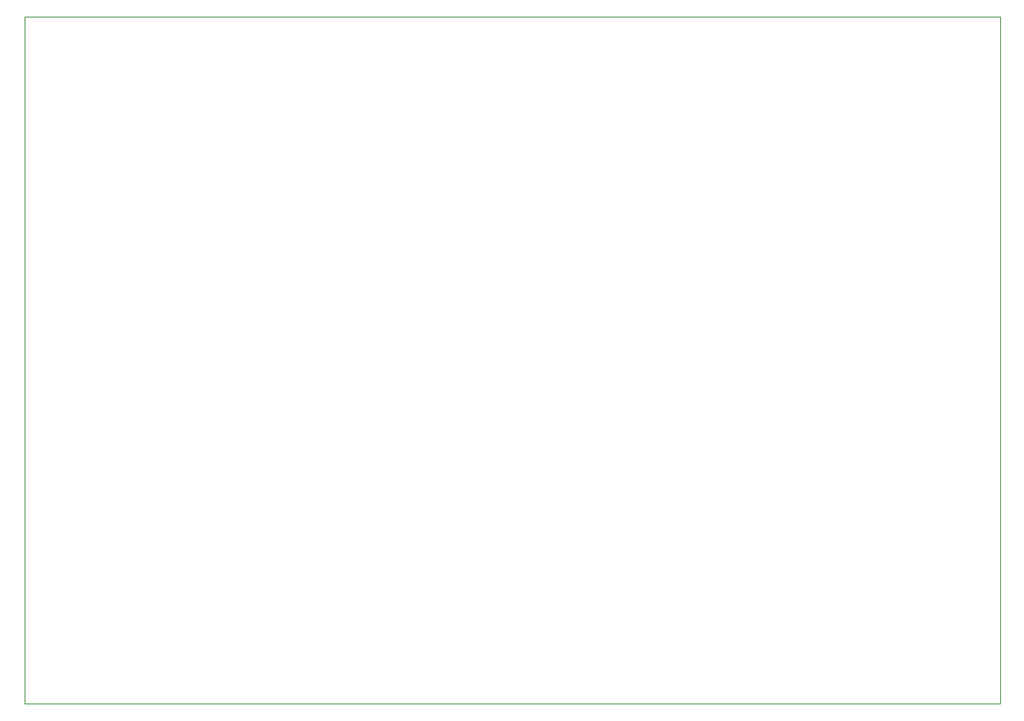
<source format=gko>
G75*
%MOIN*%
%OFA0B0*%
%FSLAX25Y25*%
%IPPOS*%
%LPD*%
%AMOC8*
5,1,8,0,0,1.08239X$1,22.5*
%
%ADD10C,0.00000*%
D10*
X0001800Y0001800D02*
X0001800Y0290501D01*
X0411721Y0290501D01*
X0411721Y0001800D01*
X0001800Y0001800D01*
M02*

</source>
